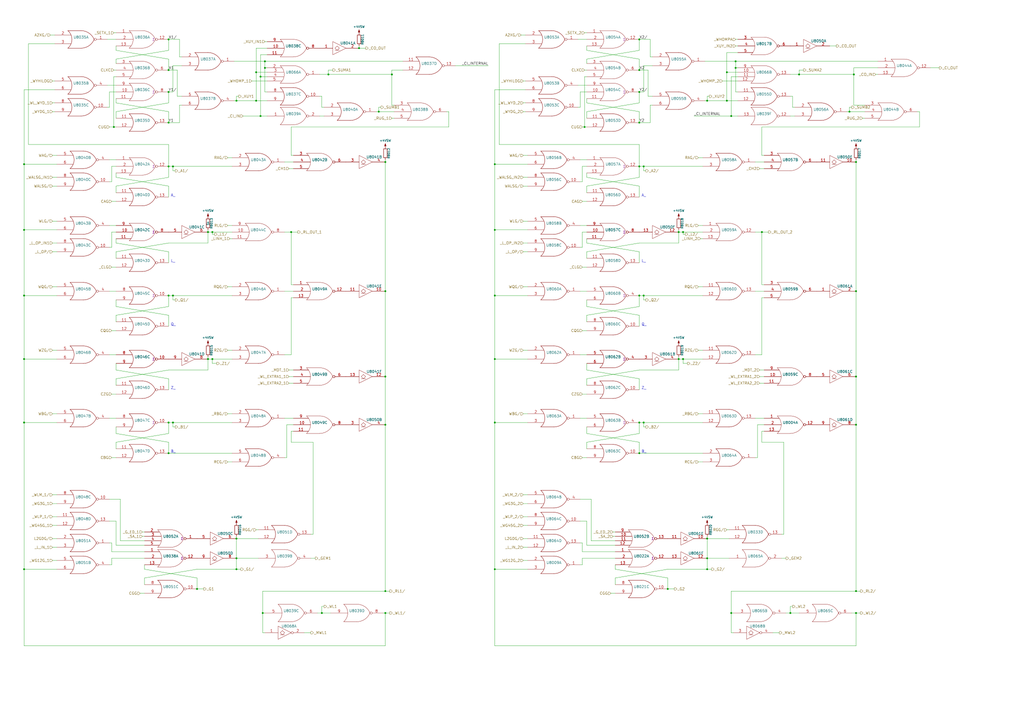
<source format=kicad_sch>
(kicad_sch (version 20211123) (generator eeschema)
  (paper "A2")
  (junction (at 66.04 73.66))
  (junction (at 100.33 171.45))
  (junction (at 287.02 171.45))
  (junction (at 421.64 41.91))
  (junction (at 223.52 218.44))
  (junction (at 387.35 341.63))
  (junction (at 496.57 218.44))
  (junction (at 421.64 58.42))
  (junction (at 463.55 43.18))
  (junction (at 287.02 245.11))
  (junction (at 120.65 134.62))
  (junction (at 410.21 323.85))
  (junction (at 370.84 96.52))
  (junction (at 13.97 208.28))
  (junction (at 137.16 312.42))
  (junction (at 148.59 41.91))
  (junction (at 370.84 245.11))
  (junction (at 137.16 58.42))
  (junction (at 100.33 96.52))
  (junction (at 370.84 22.86))
  (junction (at 496.57 93.98))
  (junction (at 223.52 342.9))
  (junction (at 370.84 40.64))
  (junction (at 137.16 330.2))
  (junction (at 97.79 245.11))
  (junction (at 370.84 71.12))
  (junction (at 223.52 93.98))
  (junction (at 13.97 171.45))
  (junction (at 97.79 53.34))
  (junction (at 410.21 330.2))
  (junction (at 151.13 67.31))
  (junction (at 153.67 35.56))
  (junction (at 287.02 133.35))
  (junction (at 373.38 96.52))
  (junction (at 114.3 341.63))
  (junction (at 137.16 323.85))
  (junction (at 13.97 245.11))
  (junction (at 339.09 73.66))
  (junction (at 396.24 134.62))
  (junction (at 370.84 53.34))
  (junction (at 97.79 96.52))
  (junction (at 168.91 134.62))
  (junction (at 151.13 44.45))
  (junction (at 190.5 43.18))
  (junction (at 424.18 67.31))
  (junction (at 208.28 27.94))
  (junction (at 13.97 133.35))
  (junction (at 123.19 208.28))
  (junction (at 495.3 43.18))
  (junction (at 223.52 355.6))
  (junction (at 97.79 171.45))
  (junction (at 97.79 40.64))
  (junction (at 13.97 330.2))
  (junction (at 227.33 43.18))
  (junction (at 287.02 208.28))
  (junction (at 396.24 208.28))
  (junction (at 223.52 246.38))
  (junction (at 97.79 22.86))
  (junction (at 373.38 171.45))
  (junction (at 120.65 208.28))
  (junction (at 424.18 355.6))
  (junction (at 219.71 64.77))
  (junction (at 186.69 355.6))
  (junction (at 97.79 262.89))
  (junction (at 153.67 39.37))
  (junction (at 370.84 171.45))
  (junction (at 13.97 95.25))
  (junction (at 496.57 246.38))
  (junction (at 100.33 245.11))
  (junction (at 123.19 134.62))
  (junction (at 496.57 168.91))
  (junction (at 393.7 134.62))
  (junction (at 426.72 39.37))
  (junction (at 426.72 35.56))
  (junction (at 393.7 208.28))
  (junction (at 370.84 262.89))
  (junction (at 287.02 95.25))
  (junction (at 373.38 245.11))
  (junction (at 441.96 134.62))
  (junction (at 458.47 355.6))
  (junction (at 492.76 64.77))
  (junction (at 287.02 330.2))
  (junction (at 148.59 58.42))
  (junction (at 223.52 168.91))
  (junction (at 496.57 355.6))
  (junction (at 410.21 58.42))
  (junction (at 410.21 312.42))
  (junction (at 152.4 355.6))
  (junction (at 97.79 71.12))
  (junction (at 496.57 342.9))
  (wire (pts (xy 153.67 53.34) (xy 154.94 53.34)))
  (wire (pts (xy 104.14 33.02) (xy 105.41 33.02)))
  (wire (pts (xy 152.4 367.03) (xy 153.67 367.03)))
  (wire (pts (xy 66.04 73.66) (xy 67.31 73.66)))
  (wire (pts (xy 340.36 265.43) (xy 337.82 265.43)))
  (wire (pts (xy 410.21 312.42) (xy 410.21 323.85)))
  (wire (pts (xy 287.02 330.2) (xy 306.07 330.2)))
  (wire (pts (xy 443.23 214.63) (xy 440.69 214.63)))
  (wire (pts (xy 458.47 355.6) (xy 463.55 355.6)))
  (wire (pts (xy 373.38 171.45) (xy 407.67 171.45)))
  (wire (pts (xy 168.91 205.74) (xy 168.91 172.72)))
  (wire (pts (xy 377.19 60.96) (xy 378.46 60.96)))
  (wire (pts (xy 458.47 43.18) (xy 463.55 43.18)))
  (wire (pts (xy 304.8 20.32) (xy 302.26 20.32)))
  (wire (pts (xy 466.09 40.64) (xy 463.55 40.64)))
  (wire (pts (xy 170.18 168.91) (xy 165.1 168.91)))
  (wire (pts (xy 370.84 40.64) (xy 370.84 34.29)))
  (wire (pts (xy 501.65 68.58) (xy 500.38 68.58)))
  (wire (pts (xy 407.67 203.2) (xy 405.13 203.2)))
  (wire (pts (xy 97.79 96.52) (xy 97.79 102.87)))
  (wire (pts (xy 83.82 335.28) (xy 83.82 339.09)))
  (wire (pts (xy 134.62 203.2) (xy 132.08 203.2)))
  (wire (pts (xy 67.31 34.29) (xy 67.31 36.83)))
  (wire (pts (xy 443.23 93.98) (xy 438.15 93.98)))
  (wire (pts (xy 67.31 40.64) (xy 66.04 40.64)))
  (wire (pts (xy 148.59 41.91) (xy 148.59 58.42)))
  (wire (pts (xy 63.5 168.91) (xy 67.31 168.91)))
  (wire (pts (xy 186.69 55.88) (xy 186.69 62.23)))
  (wire (pts (xy 340.36 34.29) (xy 340.36 36.83)))
  (wire (pts (xy 62.23 22.86) (xy 67.31 22.86)))
  (wire (pts (xy 287.02 171.45) (xy 306.07 171.45)))
  (wire (pts (xy 97.79 219.71) (xy 67.31 214.63)))
  (wire (pts (xy 190.5 40.64) (xy 190.5 43.18)))
  (wire (pts (xy 120.65 207.01) (xy 120.65 208.28)))
  (wire (pts (xy 165.1 265.43) (xy 166.37 265.43)))
  (wire (pts (xy 97.79 262.89) (xy 97.79 256.54)))
  (wire (pts (xy 340.36 19.05) (xy 339.09 19.05)))
  (wire (pts (xy 33.02 128.27) (xy 30.48 128.27)))
  (wire (pts (xy 186.69 62.23) (xy 187.96 62.23)))
  (wire (pts (xy 168.91 205.74) (xy 165.1 205.74)))
  (wire (pts (xy 13.97 52.07) (xy 13.97 95.25)))
  (wire (pts (xy 303.53 287.02) (xy 306.07 287.02)))
  (wire (pts (xy 100.33 96.52) (xy 100.33 99.06)))
  (wire (pts (xy 13.97 330.2) (xy 13.97 374.65)))
  (wire (pts (xy 137.16 330.2) (xy 139.7 330.2)))
  (wire (pts (xy 396.24 208.28) (xy 396.24 210.82)))
  (wire (pts (xy 100.33 245.11) (xy 100.33 247.65)))
  (wire (pts (xy 426.72 39.37) (xy 427.99 39.37)))
  (wire (pts (xy 13.97 133.35) (xy 13.97 171.45)))
  (wire (pts (xy 370.84 214.63) (xy 340.36 219.71)))
  (wire (pts (xy 339.09 44.45) (xy 340.36 44.45)))
  (wire (pts (xy 396.24 134.62) (xy 407.67 134.62)))
  (wire (pts (xy 287.02 330.2) (xy 287.02 374.65)))
  (wire (pts (xy 448.31 367.03) (xy 452.12 367.03)))
  (wire (pts (xy 508 43.18) (xy 509.27 43.18)))
  (wire (pts (xy 304.8 52.07) (xy 287.02 52.07)))
  (wire (pts (xy 421.64 58.42) (xy 421.64 41.91)))
  (wire (pts (xy 373.38 173.99) (xy 374.65 173.99)))
  (wire (pts (xy 336.55 143.51) (xy 337.82 143.51)))
  (wire (pts (xy 370.84 146.05) (xy 340.36 140.97)))
  (wire (pts (xy 287.02 245.11) (xy 287.02 330.2)))
  (wire (pts (xy 440.69 97.79) (xy 443.23 97.79)))
  (wire (pts (xy 306.07 166.37) (xy 303.53 166.37)))
  (wire (pts (xy 441.96 134.62) (xy 445.77 134.62)))
  (wire (pts (xy 342.9 289.56) (xy 342.9 313.69)))
  (wire (pts (xy 410.21 312.42) (xy 422.91 312.42)))
  (wire (pts (xy 337.82 143.51) (xy 337.82 134.62)))
  (wire (pts (xy 356.87 308.61) (xy 355.6 308.61)))
  (wire (pts (xy 97.79 256.54) (xy 67.31 251.46)))
  (wire (pts (xy 370.84 226.06) (xy 370.84 219.71)))
  (wire (pts (xy 407.67 166.37) (xy 405.13 166.37)))
  (wire (pts (xy 16.51 25.4) (xy 31.75 25.4)))
  (wire (pts (xy 260.35 64.77) (xy 260.35 73.66)))
  (wire (pts (xy 340.36 191.77) (xy 337.82 191.77)))
  (wire (pts (xy 123.19 208.28) (xy 134.62 208.28)))
  (wire (pts (xy 134.62 130.81) (xy 132.08 130.81)))
  (wire (pts (xy 120.65 140.97) (xy 97.79 140.97)))
  (wire (pts (xy 137.16 312.42) (xy 137.16 323.85)))
  (wire (pts (xy 181.61 256.54) (xy 168.91 256.54)))
  (wire (pts (xy 137.16 311.15) (xy 137.16 312.42)))
  (wire (pts (xy 370.84 40.64) (xy 375.92 40.64)))
  (wire (pts (xy 370.84 64.77) (xy 340.36 59.69)))
  (wire (pts (xy 370.84 53.34) (xy 370.84 59.69)))
  (wire (pts (xy 287.02 171.45) (xy 287.02 208.28)))
  (wire (pts (xy 97.79 53.34) (xy 100.33 53.34)))
  (wire (pts (xy 370.84 59.69) (xy 340.36 64.77)))
  (wire (pts (xy 370.84 251.46) (xy 340.36 256.54)))
  (wire (pts (xy 304.8 46.99) (xy 303.53 46.99)))
  (wire (pts (xy 533.4 73.66) (xy 441.96 73.66)))
  (wire (pts (xy 186.69 351.79) (xy 187.96 351.79)))
  (wire (pts (xy 33.02 317.5) (xy 30.48 317.5)))
  (wire (pts (xy 289.56 25.4) (xy 304.8 25.4)))
  (wire (pts (xy 453.39 323.85) (xy 455.93 323.85)))
  (wire (pts (xy 424.18 342.9) (xy 496.57 342.9)))
  (wire (pts (xy 373.38 245.11) (xy 373.38 247.65)))
  (wire (pts (xy 491.49 64.77) (xy 492.76 64.77)))
  (wire (pts (xy 31.75 59.69) (xy 30.48 59.69)))
  (wire (pts (xy 63.5 302.26) (xy 67.31 302.26)))
  (wire (pts (xy 427.99 22.86) (xy 426.72 22.86)))
  (wire (pts (xy 135.89 35.56) (xy 153.67 35.56)))
  (wire (pts (xy 373.38 38.1) (xy 378.46 38.1)))
  (wire (pts (xy 427.99 46.99) (xy 419.1 46.99)))
  (wire (pts (xy 424.18 367.03) (xy 425.45 367.03)))
  (wire (pts (xy 31.75 52.07) (xy 13.97 52.07)))
  (wire (pts (xy 102.87 40.64) (xy 102.87 55.88)))
  (wire (pts (xy 97.79 22.86) (xy 104.14 22.86)))
  (wire (pts (xy 340.36 154.94) (xy 337.82 154.94)))
  (wire (pts (xy 373.38 245.11) (xy 407.67 245.11)))
  (wire (pts (xy 340.36 29.21) (xy 340.36 26.67)))
  (wire (pts (xy 454.66 309.88) (xy 454.66 256.54)))
  (wire (pts (xy 33.02 102.87) (xy 30.48 102.87)))
  (wire (pts (xy 153.67 39.37) (xy 153.67 53.34)))
  (wire (pts (xy 100.33 171.45) (xy 134.62 171.45)))
  (wire (pts (xy 97.79 152.4) (xy 97.79 146.05)))
  (wire (pts (xy 393.7 207.01) (xy 393.7 208.28)))
  (wire (pts (xy 396.24 134.62) (xy 396.24 135.89)))
  (wire (pts (xy 67.31 214.63) (xy 67.31 210.82)))
  (wire (pts (xy 100.33 99.06) (xy 101.6 99.06)))
  (wire (pts (xy 97.79 146.05) (xy 67.31 140.97)))
  (wire (pts (xy 336.55 130.81) (xy 340.36 130.81)))
  (wire (pts (xy 496.57 218.44) (xy 496.57 246.38)))
  (wire (pts (xy 410.21 330.2) (xy 412.75 330.2)))
  (wire (pts (xy 67.31 177.8) (xy 67.31 173.99)))
  (wire (pts (xy 13.97 95.25) (xy 33.02 95.25)))
  (wire (pts (xy 303.53 299.72) (xy 306.07 299.72)))
  (wire (pts (xy 336.55 205.74) (xy 340.36 205.74)))
  (wire (pts (xy 306.07 317.5) (xy 303.53 317.5)))
  (wire (pts (xy 370.84 152.4) (xy 370.84 146.05)))
  (wire (pts (xy 336.55 302.26) (xy 340.36 302.26)))
  (wire (pts (xy 373.38 171.45) (xy 373.38 173.99)))
  (wire (pts (xy 340.36 146.05) (xy 340.36 149.86)))
  (wire (pts (xy 340.36 256.54) (xy 340.36 260.35)))
  (wire (pts (xy 339.09 73.66) (xy 339.09 44.45)))
  (wire (pts (xy 337.82 314.96) (xy 337.82 320.04)))
  (wire (pts (xy 336.55 53.34) (xy 340.36 53.34)))
  (wire (pts (xy 67.31 116.84) (xy 64.77 116.84)))
  (wire (pts (xy 168.91 165.1) (xy 170.18 165.1)))
  (wire (pts (xy 260.35 73.66) (xy 168.91 73.66)))
  (wire (pts (xy 439.42 246.38) (xy 443.23 246.38)))
  (wire (pts (xy 387.35 335.28) (xy 356.87 330.2)))
  (wire (pts (xy 104.14 60.96) (xy 105.41 60.96)))
  (wire (pts (xy 387.35 341.63) (xy 391.16 341.63)))
  (wire (pts (xy 336.55 327.66) (xy 337.82 327.66)))
  (wire (pts (xy 100.33 171.45) (xy 100.33 173.99)))
  (wire (pts (xy 496.57 246.38) (xy 496.57 342.9)))
  (wire (pts (xy 441.96 250.19) (xy 441.96 256.54)))
  (wire (pts (xy 496.57 355.6) (xy 499.11 355.6)))
  (wire (pts (xy 33.02 140.97) (xy 30.48 140.97)))
  (wire (pts (xy 167.64 218.44) (xy 170.18 218.44)))
  (wire (pts (xy 454.66 256.54) (xy 441.96 256.54)))
  (wire (pts (xy 186.69 355.6) (xy 191.77 355.6)))
  (wire (pts (xy 97.79 182.88) (xy 67.31 177.8)))
  (wire (pts (xy 370.84 107.95) (xy 340.36 102.87)))
  (wire (pts (xy 336.55 105.41) (xy 337.82 105.41)))
  (wire (pts (xy 67.31 316.23) (xy 83.82 316.23)))
  (wire (pts (xy 176.53 367.03) (xy 180.34 367.03)))
  (wire (pts (xy 67.31 107.95) (xy 67.31 111.76)))
  (wire (pts (xy 387.35 330.2) (xy 356.87 335.28)))
  (wire (pts (xy 340.36 102.87) (xy 340.36 100.33)))
  (wire (pts (xy 63.5 205.74) (xy 67.31 205.74)))
  (wire (pts (xy 185.42 55.88) (xy 186.69 55.88)))
  (wire (pts (xy 186.69 355.6) (xy 186.69 351.79)))
  (wire (pts (xy 208.28 27.94) (xy 212.09 27.94)))
  (wire (pts (xy 370.84 262.89) (xy 370.84 256.54)))
  (wire (pts (xy 223.52 92.71) (xy 223.52 93.98)))
  (wire (pts (xy 67.31 265.43) (xy 64.77 265.43)))
  (wire (pts (xy 66.04 73.66) (xy 66.04 44.45)))
  (wire (pts (xy 13.97 95.25) (xy 13.97 133.35)))
  (wire (pts (xy 337.82 134.62) (xy 340.36 134.62)))
  (wire (pts (xy 67.31 182.88) (xy 67.31 186.69)))
  (wire (pts (xy 370.84 182.88) (xy 340.36 177.8)))
  (wire (pts (xy 303.53 312.42) (xy 306.07 312.42)))
  (wire (pts (xy 287.02 245.11) (xy 306.07 245.11)))
  (wire (pts (xy 83.82 308.61) (xy 82.55 308.61)))
  (wire (pts (xy 443.23 250.19) (xy 441.96 250.19)))
  (wire (pts (xy 458.47 55.88) (xy 459.74 55.88)))
  (wire (pts (xy 97.79 262.89) (xy 134.62 262.89)))
  (wire (pts (xy 97.79 96.52) (xy 100.33 96.52)))
  (wire (pts (xy 67.31 146.05) (xy 67.31 149.86)))
  (wire (pts (xy 137.16 55.88) (xy 138.43 55.88)))
  (wire (pts (xy 407.67 267.97) (xy 405.13 267.97)))
  (wire (pts (xy 153.67 35.56) (xy 153.67 39.37)))
  (wire (pts (xy 370.84 256.54) (xy 340.36 251.46)))
  (wire (pts (xy 370.84 171.45) (xy 370.84 177.8)))
  (wire (pts (xy 63.5 92.71) (xy 67.31 92.71)))
  (wire (pts (xy 375.92 55.88) (xy 378.46 55.88)))
  (wire (pts (xy 377.19 71.12) (xy 370.84 71.12)))
  (wire (pts (xy 100.33 53.34) (xy 100.33 38.1)))
  (wire (pts (xy 190.5 43.18) (xy 227.33 43.18)))
  (wire (pts (xy 137.16 58.42) (xy 148.59 58.42)))
  (wire (pts (xy 439.42 265.43) (xy 439.42 246.38)))
  (wire (pts (xy 370.84 71.12) (xy 370.84 64.77)))
  (wire (pts (xy 370.84 102.87) (xy 340.36 107.95)))
  (wire (pts (xy 100.33 245.11) (xy 134.62 245.11)))
  (wire (pts (xy 114.3 335.28) (xy 83.82 330.2)))
  (wire (pts (xy 421.64 41.91) (xy 421.64 30.48)))
  (wire (pts (xy 123.19 208.28) (xy 123.19 210.82)))
  (wire (pts (xy 120.65 214.63) (xy 97.79 214.63)))
  (wire (pts (xy 373.38 96.52) (xy 407.67 96.52)))
  (wire (pts (xy 426.72 35.56) (xy 426.72 39.37)))
  (wire (pts (xy 97.79 189.23) (xy 97.79 182.88)))
  (wire (pts (xy 370.84 22.86) (xy 377.19 22.86)))
  (wire (pts (xy 123.19 210.82) (xy 125.73 210.82)))
  (wire (pts (xy 287.02 208.28) (xy 306.07 208.28)))
  (wire (pts (xy 335.28 22.86) (xy 340.36 22.86)))
  (wire (pts (xy 453.39 309.88) (xy 454.66 309.88)))
  (wire (pts (xy 304.8 59.69) (xy 303.53 59.69)))
  (wire (pts (xy 306.07 304.8) (xy 303.53 304.8)))
  (wire (pts (xy 100.33 247.65) (xy 101.6 247.65)))
  (wire (pts (xy 370.84 245.11) (xy 373.38 245.11)))
  (wire (pts (xy 441.96 73.66) (xy 441.96 90.17)))
  (wire (pts (xy 114.3 330.2) (xy 83.82 335.28)))
  (wire (pts (xy 495.3 43.18) (xy 495.3 60.96)))
  (wire (pts (xy 370.84 189.23) (xy 370.84 182.88)))
  (wire (pts (xy 424.18 355.6) (xy 424.18 367.03)))
  (wire (pts (xy 393.7 133.35) (xy 393.7 134.62)))
  (wire (pts (xy 410.21 323.85) (xy 422.91 323.85)))
  (wire (pts (xy 69.85 313.69) (xy 83.82 313.69)))
  (wire (pts (xy 97.79 83.82) (xy 16.51 83.82)))
  (wire (pts (xy 137.16 323.85) (xy 149.86 323.85)))
  (wire (pts (xy 97.79 177.8) (xy 67.31 182.88)))
  (wire (pts (xy 393.7 140.97) (xy 370.84 140.97)))
  (wire (pts (xy 407.67 240.03) (xy 405.13 240.03)))
  (wire (pts (xy 151.13 44.45) (xy 151.13 67.31)))
  (wire (pts (xy 441.96 165.1) (xy 443.23 165.1)))
  (wire (pts (xy 496.57 342.9) (xy 499.11 342.9)))
  (wire (pts (xy 97.79 114.3) (xy 97.79 107.95)))
  (wire (pts (xy 148.59 41.91) (xy 154.94 41.91)))
  (wire (pts (xy 264.16 38.1) (xy 283.21 38.1)))
  (wire (pts (xy 170.18 222.25) (xy 167.64 222.25)))
  (wire (pts (xy 356.87 335.28) (xy 356.87 339.09)))
  (wire (pts (xy 340.36 316.23) (xy 356.87 316.23)))
  (wire (pts (xy 227.33 40.64) (xy 227.33 43.18)))
  (wire (pts (xy 97.79 171.45) (xy 97.79 177.8)))
  (wire (pts (xy 63.5 130.81) (xy 67.31 130.81)))
  (wire (pts (xy 62.23 49.53) (xy 67.31 49.53)))
  (wire (pts (xy 16.51 83.82) (xy 16.51 25.4)))
  (wire (pts (xy 441.96 172.72) (xy 443.23 172.72)))
  (wire (pts (xy 33.02 90.17) (xy 30.48 90.17)))
  (wire (pts (xy 185.42 43.18) (xy 190.5 43.18)))
  (wire (pts (xy 165.1 242.57) (xy 170.18 242.57)))
  (wire (pts (xy 166.37 246.38) (xy 170.18 246.38)))
  (wire (pts (xy 370.84 53.34) (xy 373.38 53.34)))
  (wire (pts (xy 123.19 134.62) (xy 134.62 134.62)))
  (wire (pts (xy 64.77 323.85) (xy 83.82 323.85)))
  (wire (pts (xy 67.31 154.94) (xy 64.77 154.94)))
  (wire (pts (xy 306.07 128.27) (xy 303.53 128.27)))
  (wire (pts (xy 441.96 205.74) (xy 441.96 172.72)))
  (wire (pts (xy 33.02 166.37) (xy 30.48 166.37)))
  (wire (pts (xy 424.18 67.31) (xy 427.99 67.31)))
  (wire (pts (xy 393.7 208.28) (xy 396.24 208.28)))
  (wire (pts (xy 120.65 208.28) (xy 123.19 208.28)))
  (wire (pts (xy 64.77 143.51) (xy 64.77 134.62)))
  (wire (pts (xy 64.77 314.96) (xy 64.77 320.04)))
  (wire (pts (xy 223.52 355.6) (xy 223.52 374.65)))
  (wire (pts (xy 134.62 240.03) (xy 132.08 240.03)))
  (wire (pts (xy 151.13 67.31) (xy 154.94 67.31)))
  (wire (pts (xy 31.75 64.77) (xy 30.48 64.77)))
  (wire (pts (xy 393.7 214.63) (xy 370.84 214.63)))
  (wire (pts (xy 165.1 134.62) (xy 168.91 134.62)))
  (wire (pts (xy 492.76 64.77) (xy 492.76 62.23)))
  (wire (pts (xy 337.82 327.66) (xy 337.82 323.85)))
  (wire (pts (xy 336.55 62.23) (xy 336.55 53.34)))
  (wire (pts (xy 458.47 351.79) (xy 459.74 351.79)))
  (wire (pts (xy 410.21 58.42) (xy 421.64 58.42)))
  (wire (pts (xy 492.76 62.23) (xy 494.03 62.23)))
  (wire (pts (xy 64.77 320.04) (xy 83.82 320.04)))
  (wire (pts (xy 370.84 22.86) (xy 370.84 29.21)))
  (wire (pts (xy 97.79 40.64) (xy 97.79 34.29)))
  (wire (pts (xy 63.5 143.51) (xy 64.77 143.51)))
  (wire (pts (xy 33.02 292.1) (xy 30.48 292.1)))
  (wire (pts (xy 151.13 44.45) (xy 154.94 44.45)))
  (wire (pts (xy 443.23 222.25) (xy 440.69 222.25)))
  (wire (pts (xy 441.96 134.62) (xy 441.96 165.1)))
  (wire (pts (xy 306.07 102.87) (xy 303.53 102.87)))
  (wire (pts (xy 336.55 92.71) (xy 340.36 92.71)))
  (wire (pts (xy 427.99 26.67) (xy 426.72 26.67)))
  (wire (pts (xy 104.14 22.86) (xy 104.14 33.02)))
  (wire (pts (xy 64.77 96.52) (xy 67.31 96.52)))
  (wire (pts (xy 227.33 40.64) (xy 233.68 40.64)))
  (wire (pts (xy 67.31 102.87) (xy 67.31 100.33)))
  (wire (pts (xy 135.89 58.42) (xy 137.16 58.42)))
  (wire (pts (xy 63.5 289.56) (xy 69.85 289.56)))
  (wire (pts (xy 134.62 138.43) (xy 133.35 138.43)))
  (wire (pts (xy 104.14 71.12) (xy 104.14 60.96)))
  (wire (pts (xy 492.76 64.77) (xy 501.65 64.77)))
  (wire (pts (xy 306.07 203.2) (xy 303.53 203.2)))
  (wire (pts (xy 219.71 64.77) (xy 219.71 62.23)))
  (wire (pts (xy 402.59 67.31) (xy 424.18 67.31)))
  (wire (pts (xy 13.97 330.2) (xy 33.02 330.2)))
  (wire (pts (xy 373.38 247.65) (xy 374.65 247.65)))
  (wire (pts (xy 168.91 172.72) (xy 170.18 172.72)))
  (wire (pts (xy 63.5 314.96) (xy 64.77 314.96)))
  (wire (pts (xy 227.33 43.18) (xy 227.33 60.96)))
  (wire (pts (xy 63.5 73.66) (xy 66.04 73.66)))
  (wire (pts (xy 336.55 242.57) (xy 340.36 242.57)))
  (wire (pts (xy 148.59 27.94) (xy 154.94 27.94)))
  (wire (pts (xy 396.24 208.28) (xy 407.67 208.28)))
  (wire (pts (xy 387.35 341.63) (xy 387.35 335.28)))
  (wire (pts (xy 166.37 265.43) (xy 166.37 246.38)))
  (wire (pts (xy 170.18 214.63) (xy 167.64 214.63)))
  (wire (pts (xy 494.03 355.6) (xy 496.57 355.6)))
  (wire (pts (xy 495.3 60.96) (xy 501.65 60.96)))
  (wire (pts (xy 339.09 73.66) (xy 340.36 73.66)))
  (wire (pts (xy 151.13 31.75) (xy 154.94 31.75)))
  (wire (pts (xy 97.79 245.11) (xy 97.79 251.46)))
  (wire (pts (xy 459.74 62.23) (xy 461.01 62.23)))
  (wire (pts (xy 340.36 182.88) (xy 340.36 186.69)))
  (wire (pts (xy 370.84 83.82) (xy 289.56 83.82)))
  (wire (pts (xy 120.65 134.62) (xy 120.65 140.97)))
  (wire (pts (xy 62.23 62.23) (xy 63.5 62.23)))
  (wire (pts (xy 67.31 59.69) (xy 67.31 57.15)))
  (wire (pts (xy 148.59 27.94) (xy 148.59 41.91)))
  (wire (pts (xy 335.28 49.53) (xy 340.36 49.53)))
  (wire (pts (xy 356.87 311.15) (xy 355.6 311.15)))
  (wire (pts (xy 151.13 31.75) (xy 151.13 44.45)))
  (wire (pts (xy 407.67 138.43) (xy 406.4 138.43)))
  (wire (pts (xy 33.02 240.03) (xy 30.48 240.03)))
  (wire (pts (xy 458.47 67.31) (xy 461.01 67.31)))
  (wire (pts (xy 63.5 242.57) (xy 67.31 242.57)))
  (wire (pts (xy 97.79 40.64) (xy 102.87 40.64)))
  (wire (pts (xy 170.18 250.19) (xy 168.91 250.19)))
  (wire (pts (xy 63.5 327.66) (xy 64.77 327.66)))
  (wire (pts (xy 33.02 146.05) (xy 30.48 146.05)))
  (wire (pts (xy 218.44 64.77) (xy 219.71 64.77)))
  (wire (pts (xy 370.84 171.45) (xy 373.38 171.45)))
  (wire (pts (xy 223.52 93.98) (xy 223.52 168.91)))
  (wire (pts (xy 104.14 71.12) (xy 97.79 71.12)))
  (wire (pts (xy 228.6 68.58) (xy 227.33 68.58)))
  (wire (pts (xy 287.02 133.35) (xy 306.07 133.35)))
  (wire (pts (xy 426.72 39.37) (xy 426.72 53.34)))
  (wire (pts (xy 443.23 168.91) (xy 438.15 168.91)))
  (wire (pts (xy 342.9 313.69) (xy 356.87 313.69)))
  (wire (pts (xy 97.79 71.12) (xy 97.79 64.77)))
  (wire (pts (xy 134.62 166.37) (xy 132.08 166.37)))
  (wire (pts (xy 13.97 171.45) (xy 33.02 171.45)))
  (wire (pts (xy 83.82 311.15) (xy 82.55 311.15)))
  (wire (pts (xy 340.36 219.71) (xy 340.36 223.52)))
  (wire (pts (xy 421.64 58.42) (xy 427.99 58.42)))
  (wire (pts (xy 496.57 168.91) (xy 496.57 218.44)))
  (wire (pts (xy 337.82 105.41) (xy 337.82 96.52)))
  (wire (pts (xy 306.07 292.1) (xy 303.53 292.1)))
  (wire (pts (xy 259.08 64.77) (xy 260.35 64.77)))
  (wire (pts (xy 97.79 251.46) (xy 67.31 256.54)))
  (wire (pts (xy 373.38 96.52) (xy 373.38 99.06)))
  (wire (pts (xy 97.79 102.87) (xy 67.31 107.95)))
  (wire (pts (xy 120.65 133.35) (xy 120.65 134.62)))
  (wire (pts (xy 438.15 134.62) (xy 441.96 134.62)))
  (wire (pts (xy 496.57 355.6) (xy 496.57 374.65)))
  (wire (pts (xy 377.19 22.86) (xy 377.19 33.02)))
  (wire (pts (xy 287.02 208.28) (xy 287.02 245.11)))
  (wire (pts (xy 370.84 114.3) (xy 370.84 107.95)))
  (wire (pts (xy 481.33 26.67) (xy 485.14 26.67)))
  (wire (pts (xy 100.33 38.1) (xy 105.41 38.1)))
  (wire (pts (xy 340.36 64.77) (xy 340.36 68.58)))
  (wire (pts (xy 13.97 171.45) (xy 13.97 208.28)))
  (wire (pts (xy 168.91 134.62) (xy 172.72 134.62)))
  (wire (pts (xy 67.31 302.26) (xy 67.31 316.23)))
  (wire (pts (xy 193.04 40.64) (xy 190.5 40.64)))
  (wire (pts (xy 336.55 289.56) (xy 342.9 289.56)))
  (wire (pts (xy 370.84 96.52) (xy 370.84 102.87)))
  (wire (pts (xy 306.07 146.05) (xy 303.53 146.05)))
  (wire (pts (xy 340.36 214.63) (xy 340.36 210.82)))
  (wire (pts (xy 102.87 55.88) (xy 105.41 55.88)))
  (wire (pts (xy 441.96 90.17) (xy 443.23 90.17)))
  (wire (pts (xy 223.52 355.6) (xy 226.06 355.6)))
  (wire (pts (xy 306.07 90.17) (xy 303.53 90.17)))
  (wire (pts (xy 140.97 67.31) (xy 151.13 67.31)))
  (wire (pts (xy 134.62 91.44) (xy 132.08 91.44)))
  (wire (pts (xy 63.5 53.34) (xy 67.31 53.34)))
  (wire (pts (xy 64.77 134.62) (xy 67.31 134.62)))
  (wire (pts (xy 97.79 171.45) (xy 100.33 171.45)))
  (wire (pts (xy 114.3 341.63) (xy 118.11 341.63)))
  (wire (pts (xy 463.55 43.18) (xy 495.3 43.18)))
  (wire (pts (xy 356.87 330.2) (xy 356.87 327.66)))
  (wire (pts (xy 306.07 140.97) (xy 303.53 140.97)))
  (wire (pts (xy 154.94 24.13) (xy 153.67 24.13)))
  (wire (pts (xy 410.21 311.15) (xy 410.21 312.42)))
  (wire (pts (xy 495.3 39.37) (xy 509.27 39.37)))
  (wire (pts (xy 123.19 135.89) (xy 124.46 135.89)))
  (wire (pts (xy 13.97 208.28) (xy 13.97 245.11)))
  (wire (pts (xy 31.75 20.32) (xy 29.21 20.32)))
  (wire (pts (xy 336.55 168.91) (xy 340.36 168.91)))
  (wire (pts (xy 370.84 29.21) (xy 340.36 34.29)))
  (wire (pts (xy 63.5 105.41) (xy 64.77 105.41)))
  (wire (pts (xy 137.16 312.42) (xy 149.86 312.42)))
  (wire (pts (xy 287.02 133.35) (xy 287.02 171.45)))
  (wire (pts (xy 370.84 219.71) (xy 340.36 214.63)))
  (wire (pts (xy 67.31 19.05) (xy 66.04 19.05)))
  (wire (pts (xy 223.52 342.9) (xy 226.06 342.9)))
  (wire (pts (xy 168.91 250.19) (xy 168.91 256.54)))
  (wire (pts (xy 356.87 344.17) (xy 354.33 344.17)))
  (wire (pts (xy 407.67 130.81) (xy 405.13 130.81)))
  (wire (pts (xy 97.79 107.95) (xy 67.31 102.87)))
  (wire (pts (xy 153.67 39.37) (xy 154.94 39.37)))
  (wire (pts (xy 496.57 92.71) (xy 496.57 93.98)))
  (wire (pts (xy 149.86 307.34) (xy 148.59 307.34)))
  (wire (pts (xy 424.18 355.6) (xy 425.45 355.6)))
  (wire (pts (xy 83.82 330.2) (xy 83.82 327.66)))
  (wire (pts (xy 426.72 53.34) (xy 427.99 53.34)))
  (wire (pts (xy 168.91 73.66) (xy 168.91 90.17)))
  (wire (pts (xy 63.5 62.23) (xy 63.5 53.34)))
  (wire (pts (xy 100.33 96.52) (xy 134.62 96.52)))
  (wire (pts (xy 97.79 214.63) (xy 67.31 219.71)))
  (wire (pts (xy 337.82 96.52) (xy 340.36 96.52)))
  (wire (pts (xy 167.64 97.79) (xy 170.18 97.79)))
  (wire (pts (xy 375.92 40.64) (xy 375.92 55.88)))
  (wire (pts (xy 67.31 29.21) (xy 67.31 26.67)))
  (wire (pts (xy 227.33 60.96) (xy 228.6 60.96)))
  (wire (pts (xy 370.84 83.82) (xy 370.84 96.52)))
  (wire (pts (xy 223.52 168.91) (xy 223.52 218.44)))
  (wire (pts (xy 152.4 355.6) (xy 152.4 367.03)))
  (wire (pts (xy 180.34 323.85) (xy 182.88 323.85)))
  (wire (pts (xy 463.55 40.64) (xy 463.55 43.18)))
  (wire (pts (xy 223.52 246.38) (xy 223.52 342.9)))
  (wire (pts (xy 340.36 107.95) (xy 340.36 111.76)))
  (wire (pts (xy 287.02 95.25) (xy 287.02 133.35)))
  (wire (pts (xy 370.84 262.89) (xy 407.67 262.89)))
  (wire (pts (xy 426.72 35.56) (xy 509.27 35.56)))
  (wire (pts (xy 387.35 330.2) (xy 410.21 330.2)))
  (wire (pts (xy 67.31 228.6) (xy 64.77 228.6)))
  (wire (pts (xy 152.4 342.9) (xy 152.4 355.6)))
  (wire (pts (xy 337.82 73.66) (xy 339.09 73.66)))
  (wire (pts (xy 30.48 312.42) (xy 33.02 312.42)))
  (wire (pts (xy 64.77 327.66) (xy 64.77 323.85)))
  (wire (pts (xy 97.79 22.86) (xy 97.79 29.21)))
  (wire (pts (xy 422.91 307.34) (xy 421.64 307.34)))
  (wire (pts (xy 336.55 314.96) (xy 337.82 314.96)))
  (wire (pts (xy 458.47 355.6) (xy 458.47 351.79)))
  (wire (pts (xy 370.84 177.8) (xy 340.36 182.88)))
  (wire (pts (xy 421.64 30.48) (xy 427.99 30.48)))
  (wire (pts (xy 180.34 309.88) (xy 181.61 309.88)))
  (wire (pts (xy 97.79 29.21) (xy 67.31 34.29)))
  (wire (pts (xy 373.38 53.34) (xy 373.38 38.1)))
  (wire (pts (xy 455.93 355.6) (xy 458.47 355.6)))
  (wire (pts (xy 223.52 218.44) (xy 223.52 246.38)))
  (wire (pts (xy 97.79 226.06) (xy 97.79 219.71)))
  (wire (pts (xy 66.04 44.45) (xy 67.31 44.45)))
  (wire (pts (xy 393.7 208.28) (xy 393.7 214.63)))
  (wire (pts (xy 100.33 173.99) (xy 101.6 173.99)))
  (wire (pts (xy 30.48 287.02) (xy 33.02 287.02)))
  (wire (pts (xy 337.82 323.85) (xy 356.87 323.85)))
  (wire (pts (xy 287.02 95.25) (xy 306.07 95.25)))
  (wire (pts (xy 152.4 342.9) (xy 223.52 342.9)))
  (wire (pts (xy 340.36 302.26) (xy 340.36 316.23)))
  (wire (pts (xy 377.19 71.12) (xy 377.19 60.96)))
  (wire (pts (xy 393.7 134.62) (xy 396.24 134.62)))
  (wire (pts (xy 533.4 64.77) (xy 533.4 73.66)))
  (wire (pts (xy 33.02 203.2) (xy 30.48 203.2)))
  (wire (pts (xy 97.79 140.97) (xy 67.31 146.05)))
  (wire (pts (xy 495.3 39.37) (xy 495.3 43.18)))
  (wire (pts (xy 168.91 134.62) (xy 168.91 165.1)))
  (wire (pts (xy 137.16 323.85) (xy 137.16 330.2)))
  (wire (pts (xy 440.69 218.44) (xy 443.23 218.44)))
  (wire (pts (xy 340.36 177.8) (xy 340.36 173.99)))
  (wire (pts (xy 31.75 46.99) (xy 30.48 46.99)))
  (wire (pts (xy 337.82 320.04) (xy 356.87 320.04)))
  (wire (pts (xy 335.28 62.23) (xy 336.55 62.23)))
  (wire (pts (xy 67.31 251.46) (xy 67.31 247.65)))
  (wire (pts (xy 33.02 325.12) (xy 30.48 325.12)))
  (wire (pts (xy 424.18 342.9) (xy 424.18 355.6)))
  (wire (pts (xy 408.94 35.56) (xy 426.72 35.56)))
  (wire (pts (xy 496.57 374.65) (xy 287.02 374.65)))
  (wire (pts (xy 223.52 374.65) (xy 13.97 374.65)))
  (wire (pts (xy 410.21 323.85) (xy 410.21 330.2)))
  (wire (pts (xy 13.97 133.35) (xy 33.02 133.35)))
  (wire (pts (xy 137.16 58.42) (xy 137.16 55.88)))
  (wire (pts (xy 219.71 62.23) (xy 220.98 62.23)))
  (wire (pts (xy 30.48 299.72) (xy 33.02 299.72)))
  (wire (pts (xy 306.07 107.95) (xy 303.53 107.95)))
  (wire (pts (xy 33.02 304.8) (xy 30.48 304.8)))
  (wire (pts (xy 340.36 228.6) (xy 337.82 228.6)))
  (wire (pts (xy 123.19 134.62) (xy 123.19 135.89)))
  (wire (pts (xy 410.21 58.42) (xy 410.21 55.88)))
  (wire (pts (xy 67.31 191.77) (xy 64.77 191.77)))
  (wire (pts (xy 370.84 96.52) (xy 373.38 96.52)))
  (wire (pts (xy 97.79 64.77) (xy 67.31 59.69)))
  (wire (pts (xy 97.79 245.11) (xy 100.33 245.11)))
  (wire (pts (xy 148.59 58.42) (xy 154.94 58.42)))
  (wire (pts (xy 407.67 91.44) (xy 405.13 91.44)))
  (wire (pts (xy 438.15 265.43) (xy 439.42 265.43)))
  (wire (pts (xy 168.91 90.17) (xy 170.18 90.17)))
  (wire (pts (xy 97.79 34.29) (xy 67.31 29.21)))
  (wire (pts (xy 185.42 67.31) (xy 187.96 67.31)))
  (wire (pts (xy 33.02 107.95) (xy 30.48 107.95)))
  (wire (pts (xy 304.8 64.77) (xy 303.53 64.77)))
  (wire (pts (xy 373.38 99.06) (xy 374.65 99.06)))
  (wire (pts (xy 67.31 140.97) (xy 67.31 138.43)))
  (wire (pts (xy 427.99 44.45) (xy 424.18 44.45)))
  (wire (pts (xy 13.97 245.11) (xy 33.02 245.11)))
  (wire (pts (xy 396.24 210.82) (xy 398.78 210.82)))
  (wire (pts (xy 408.94 58.42) (xy 410.21 58.42)))
  (wire (pts (xy 441.96 205.74) (xy 438.15 205.74)))
  (wire (pts (xy 222.25 355.6) (xy 223.52 355.6)))
  (wire (pts (xy 120.65 134.62) (xy 123.19 134.62)))
  (wire (pts (xy 184.15 355.6) (xy 186.69 355.6)))
  (wire (pts (xy 532.13 64.77) (xy 533.4 64.77)))
  (wire (pts (xy 114.3 341.63) (xy 114.3 335.28)))
  (wire (pts (xy 370.84 245.11) (xy 370.84 251.46)))
  (wire (pts (xy 340.36 140.97) (xy 340.36 138.43)))
  (wire (pts (xy 496.57 93.98) (xy 496.57 168.91)))
  (wire (pts (xy 67.31 219.71) (xy 67.31 223.52)))
  (wire (pts (xy 13.97 208.28) (xy 33.02 208.28)))
  (wire (pts (xy 152.4 355.6) (xy 153.67 355.6)))
  (wire (pts (xy 340.36 40.64) (xy 339.09 40.64)))
  (wire (pts (xy 370.84 140.97) (xy 340.36 146.05)))
  (wire (pts (xy 289.56 83.82) (xy 289.56 25.4)))
  (wire (pts (xy 64.77 105.41) (xy 64.77 96.52)))
  (wire (pts (xy 421.64 41.91) (xy 427.99 41.91)))
  (wire (pts (xy 170.18 93.98) (xy 165.1 93.98)))
  (wire (pts (xy 340.36 59.69) (xy 340.36 57.15)))
  (wire (pts (xy 134.62 267.97) (xy 132.08 267.97)))
  (wire (pts (xy 377.19 33.02) (xy 378.46 33.02)))
  (wire (pts (xy 153.67 35.56) (xy 233.68 35.56)))
  (wire (pts (xy 396.24 135.89) (xy 397.51 135.89)))
  (wire (pts (xy 97.79 59.69) (xy 67.31 64.77)))
  (wire (pts (xy 154.94 46.99) (xy 146.05 46.99)))
  (wire (pts (xy 539.75 39.37) (xy 544.83 39.37)))
  (wire (pts (xy 219.71 64.77) (xy 228.6 64.77)))
  (wire (pts (xy 208.28 27.94) (xy 208.28 26.67)))
  (wire (pts (xy 306.07 325.12) (xy 303.53 325.12)))
  (wire (pts (xy 83.82 344.17) (xy 81.28 344.17)))
  (wire (pts (xy 410.21 55.88) (xy 411.48 55.88)))
  (wire (pts (xy 424.18 44.45) (xy 424.18 67.31)))
  (wire (pts (xy 393.7 134.62) (xy 393.7 140.97)))
  (wire (pts (xy 340.36 251.46) (xy 340.36 247.65)))
  (wire (pts (xy 459.74 55.88) (xy 459.74 62.23)))
  (wire (pts (xy 97.79 53.34) (xy 97.79 59.69)))
  (wire (pts (xy 67.31 256.54) (xy 67.31 260.35)))
  (wire (pts (xy 69.85 289.56) (xy 69.85 313.69)))
  (wire (pts (xy 370.84 34.29) (xy 340.36 29.21)))
  (wire (pts (xy 438.15 242.57) (xy 443.23 242.57)))
  (wire (pts (xy 340.36 116.84) (xy 337.82 116.84)))
  (wire (pts (xy 97.79 83.82) (xy 97.79 96.52)))
  (wire (pts (xy 287.02 52.07) (xy 287.02 95.25)))
  (wire (pts (xy 13.97 245.11) (xy 13.97 330.2)))
  (wire (pts (xy 181.61 309.88) (xy 181.61 256.54)))
  (wire (pts (xy 67.31 64.77) (xy 67.31 68.58)))
  (wire (pts (xy 306.07 240.03) (xy 303.53 240.03)))
  (wire (pts (xy 120.65 208.28) (xy 120.65 214.63)))
  (wire (pts (xy 114.3 330.2) (xy 137.16 330.2)))
  (text "Q_" (at 372.11 189.23 0) (effects (font (size 1.524 1.524)) (justify left bottom)))
  (text "Q_" (at 99.06 189.23 0) (effects (font (size 1.524 1.524)) (justify left bottom)))
  (text "L_" (at 372.11 152.4 0) (effects (font (size 1.524 1.524)) (justify left bottom)))
  (text "B_" (at 99.06 262.89 0) (effects (font (size 1.524 1.524)) (justify left bottom)))
  (text "Z_" (at 99.06 226.06 0) (effects (font (size 1.524 1.524)) (justify left bottom)))
  (text "A_" (at 99.06 114.3 0) (effects (font (size 1.524 1.524)) (justify left bottom)))
  (text "Z_" (at 372.11 226.06 0) (effects (font (size 1.524 1.524)) (justify left bottom)))
  (text "L_" (at 99.06 152.4 0) (effects (font (size 1.524 1.524)) (justify left bottom)))
  (text "B_" (at 372.11 262.89 0) (effects (font (size 1.524 1.524)) (justify left bottom)))
  (text "A_" (at 372.11 114.3 0) (effects (font (size 1.524 1.524)) (justify left bottom)))
  (label "X2/" (at 370.84 22.86 0) (effects (font (size 1.524 1.524))))
  (label "X1" (at 97.79 40.64 0) (effects (font (size 1.524 1.524))))
  (label "Y1" (at 97.79 71.12 0) (effects (font (size 1.524 1.524))))
  (label "X1/" (at 97.79 22.86 0) (effects (font (size 1.524 1.524))))
  (label "Y2/" (at 370.84 53.34 0) (effects (font (size 1.524 1.524))))
  (label "_CI_INTERNAL" (at 283.21 38.1 180) (effects (font (size 1.524 1.524))))
  (label "X2" (at 370.84 40.64 0) (effects (font (size 1.524 1.524))))
  (label "_CI_INTERNAL" (at 402.59 67.31 0) (effects (font (size 1.524 1.524))))
  (label "Y1/" (at 97.79 53.34 0) (effects (font (size 1.524 1.524))))
  (label "Y2" (at 370.84 71.12 0) (effects (font (size 1.524 1.524))))
  (hierarchical_label "_SUMB1" (shape output) (at 220.98 62.23 0) (effects (font (size 1.524 1.524))))
  (hierarchical_label "_G2" (shape output) (at 391.16 341.63 0) (effects (font (size 1.524 1.524))))
  (hierarchical_label "_WG45G_1" (shape input) (at 30.48 304.8 180) (effects (font (size 1.524 1.524))))
  (hierarchical_label "CBG" (shape input) (at 337.82 265.43 180) (effects (font (size 1.524 1.524))))
  (hierarchical_label "RQG/" (shape input) (at 132.08 166.37 180) (effects (font (size 1.524 1.524))))
  (hierarchical_label "_WALSG_IN1" (shape input) (at 30.48 102.87 180) (effects (font (size 1.524 1.524))))
  (hierarchical_label "L2GDG/" (shape input) (at 303.53 312.42 180) (effects (font (size 1.524 1.524))))
  (hierarchical_label "_WLM_2/" (shape input) (at 303.53 287.02 180) (effects (font (size 1.524 1.524))))
  (hierarchical_label "_WL2/" (shape output) (at 499.11 355.6 0) (effects (font (size 1.524 1.524))))
  (hierarchical_label "_L1/" (shape output) (at 124.46 135.89 0) (effects (font (size 1.524 1.524))))
  (hierarchical_label "CLXC" (shape input) (at 339.09 40.64 180) (effects (font (size 1.524 1.524))))
  (hierarchical_label "_WG12G_2" (shape input) (at 303.53 325.12 180) (effects (font (size 1.524 1.524))))
  (hierarchical_label "_WHOMPA" (shape input) (at 426.72 22.86 180) (effects (font (size 1.524 1.524))))
  (hierarchical_label "RGG/" (shape input) (at 148.59 307.34 180) (effects (font (size 1.524 1.524))))
  (hierarchical_label "CQG" (shape input) (at 64.77 191.77 180) (effects (font (size 1.524 1.524))))
  (hierarchical_label "_G1/" (shape output) (at 139.7 330.2 0) (effects (font (size 1.524 1.524))))
  (hierarchical_label "CZG" (shape input) (at 64.77 228.6 180) (effects (font (size 1.524 1.524))))
  (hierarchical_label "_WG3G_1" (shape input) (at 30.48 292.1 180) (effects (font (size 1.524 1.524))))
  (hierarchical_label "_RUG_1" (shape input) (at 227.33 68.58 180) (effects (font (size 1.524 1.524))))
  (hierarchical_label "RGG/" (shape input) (at 421.64 307.34 180) (effects (font (size 1.524 1.524))))
  (hierarchical_label "RLG/" (shape input) (at 132.08 130.81 180) (effects (font (size 1.524 1.524))))
  (hierarchical_label "_SA_2" (shape input) (at 355.6 311.15 180) (effects (font (size 1.524 1.524))))
  (hierarchical_label "_XUY1" (shape output) (at 138.43 55.88 0) (effects (font (size 1.524 1.524))))
  (hierarchical_label "CGG" (shape input) (at 354.33 344.17 180) (effects (font (size 1.524 1.524))))
  (hierarchical_label "_WL_WYD_1" (shape input) (at 30.48 59.69 180) (effects (font (size 1.524 1.524))))
  (hierarchical_label "_L_OP/" (shape input) (at 30.48 146.05 180) (effects (font (size 1.524 1.524))))
  (hierarchical_label "L2GDG/" (shape input) (at 30.48 312.42 180) (effects (font (size 1.524 1.524))))
  (hierarchical_label "CLXC" (shape input) (at 66.04 40.64 180) (effects (font (size 1.524 1.524))))
  (hierarchical_label "CGG" (shape input) (at 81.28 344.17 180) (effects (font (size 1.524 1.524))))
  (hierarchical_label "RCG/" (shape input) (at 405.13 267.97 180) (effects (font (size 1.524 1.524))))
  (hierarchical_label "_XUY_IN2" (shape input) (at 426.72 26.67 180) (effects (font (size 1.524 1.524))))
  (hierarchical_label "RZG/" (shape input) (at 132.08 203.2 180) (effects (font (size 1.524 1.524))))
  (hierarchical_label "RAG/" (shape input) (at 405.13 91.44 180) (effects (font (size 1.524 1.524))))
  (hierarchical_label "_Z1/" (shape output) (at 125.73 210.82 0) (effects (font (size 1.524 1.524))))
  (hierarchical_label "_Q1/" (shape output) (at 101.6 173.99 0) (effects (font (size 1.524 1.524))))
  (hierarchical_label "WLG/" (shape input) (at 303.53 128.27 180) (effects (font (size 1.524 1.524))))
  (hierarchical_label "CAG" (shape input) (at 337.82 116.84 180) (effects (font (size 1.524 1.524))))
  (hierarchical_label "_XUY_IN1" (shape input) (at 153.67 24.13 180) (effects (font (size 1.524 1.524))))
  (hierarchical_label "_G2/" (shape output) (at 412.75 330.2 0) (effects (font (size 1.524 1.524))))
  (hierarchical_label "_SUMA2" (shape output) (at 466.09 40.64 0) (effects (font (size 1.524 1.524))))
  (hierarchical_label "_WYDG_1" (shape input) (at 30.48 64.77 180) (effects (font (size 1.524 1.524))))
  (hierarchical_label "_RL_OUT_2" (shape output) (at 445.77 134.62 0) (effects (font (size 1.524 1.524))))
  (hierarchical_label "_G_ED_2" (shape input) (at 355.6 308.61 180) (effects (font (size 1.524 1.524))))
  (hierarchical_label "_WG45G_2" (shape input) (at 303.53 304.8 180) (effects (font (size 1.524 1.524))))
  (hierarchical_label "_WL_EXTRA2_1" (shape input) (at 167.64 222.25 180) (effects (font (size 1.524 1.524))))
  (hierarchical_label "_WLP_1/" (shape input) (at 30.48 299.72 180) (effects (font (size 1.524 1.524))))
  (hierarchical_label "_CO_IN" (shape input) (at 508 43.18 180) (effects (font (size 1.524 1.524))))
  (hierarchical_label "_RL_OUT_1" (shape output) (at 172.72 134.62 0) (effects (font (size 1.524 1.524))))
  (hierarchical_label "WZG/" (shape input) (at 303.53 203.2 180) (effects (font (size 1.524 1.524))))
  (hierarchical_label "CZG" (shape input) (at 337.82 228.6 180) (effects (font (size 1.524 1.524))))
  (hierarchical_label "RAG/" (shape input) (at 132.08 91.44 180) (effects (font (size 1.524 1.524))))
  (hierarchical_label "_CH1" (shape input) (at 167.64 97.79 180) (effects (font (size 1.524 1.524))))
  (hierarchical_label "CAG" (shape input) (at 64.77 116.84 180) (effects (font (size 1.524 1.524))))
  (hierarchical_label "_WL1" (shape output) (at 187.96 351.79 0) (effects (font (size 1.524 1.524))))
  (hierarchical_label "_L2/" (shape output) (at 397.51 135.89 0) (effects (font (size 1.524 1.524))))
  (hierarchical_label "_Q2/" (shape output) (at 374.65 173.99 0) (effects (font (size 1.524 1.524))))
  (hierarchical_label "_WL2" (shape output) (at 459.74 351.79 0) (effects (font (size 1.524 1.524))))
  (hierarchical_label "A2XG/" (shape input) (at 29.21 20.32 180) (effects (font (size 1.524 1.524))))
  (hierarchical_label "_WL_EXTRA2_2" (shape input) (at 440.69 222.25 180) (effects (font (size 1.524 1.524))))
  (hierarchical_label "WALSG/" (shape input) (at 303.53 107.95 180) (effects (font (size 1.524 1.524))))
  (hierarchical_label "WQG/" (shape input) (at 30.48 166.37 180) (effects (font (size 1.524 1.524))))
  (hierarchical_label "RCG/" (shape input) (at 132.08 267.97 180) (effects (font (size 1.524 1.524))))
  (hierarchical_label "_WLM_1/" (shape input) (at 30.48 287.02 180) (effects (font (size 1.524 1.524))))
  (hierarchical_label "_A2/" (shape output) (at 374.65 99.06 0) (effects (font (size 1.524 1.524))))
  (hierarchical_label "_CO_OUT" (shape output) (at 212.09 27.94 0) (effects (font (size 1.524 1.524))))
  (hierarchical_label "_WG12G_1" (shape input) (at 30.48 325.12 180) (effects (font (size 1.524 1.524))))
  (hierarchical_label "_G1" (shape output) (at 118.11 341.63 0) (effects (font (size 1.524 1.524))))
  (hierarchical_label "CBG" (shape input) (at 64.77 265.43 180) (effects (font (size 1.524 1.524))))
  (hierarchical_label "_CLG" (shape input) (at 64.77 154.94 180) (effects (font (size 1.524 1.524))))
  (hierarchical_label "_GEM1" (shape output) (at 182.88 323.85 0) (effects (font (size 1.524 1.524))))
  (hierarchical_label "WALSG/" (shape input) (at 30.48 107.95 180) (effects (font (size 1.524 1.524))))
  (hierarchical_label "WQG/" (shape input) (at 303.53 166.37 180) (effects (font (size 1.524 1.524))))
  (hierarchical_label "_RBG/" (shape input) (at 405.13 240.03 180) (effects (font (size 1.524 1.524))))
  (hierarchical_label "_SETX_1" (shape input) (at 66.04 19.05 180) (effects (font (size 1.524 1.524))))
  (hierarchical_label "WAG/" (shape input) (at 303.53 90.17 180) (effects (font (size 1.524 1.524))))
  (hierarchical_label "_L_OP/" (shape input) (at 303.53 146.05 180) (effects (font (size 1.524 1.524))))
  (hierarchical_label "_WHOMP_1" (shape input) (at 146.05 46.99 180) (effects (font (size 1.524 1.524))))
  (hierarchical_label "_WL_EXTRA1_2" (shape input) (at 440.69 218.44 180) (effects (font (size 1.524 1.524))))
  (hierarchical_label "RLG/" (shape input) (at 405.13 130.81 180) (effects (font (size 1.524 1.524))))
  (hierarchical_label "_SETX_2" (shape input) (at 339.09 19.05 180) (effects (font (size 1.524 1.524))))
  (hierarchical_label "_SUMA1" (shape output) (at 193.04 40.64 0) (effects (font (size 1.524 1.524))))
  (hierarchical_label "CUG" (shape input) (at 337.82 73.66 180) (effects (font (size 1.524 1.524))))
  (hierarchical_label "_CLG" (shape input) (at 337.82 154.94 180) (effects (font (size 1.524 1.524))))
  (hierarchical_label "RZG/" (shape input) (at 405.13 203.2 180) (effects (font (size 1.524 1.524))))
  (hierarchical_label "_WL1/" (shape output) (at 226.06 355.6 0) (effects (font (size 1.524 1.524))))
  (hierarchical_label "_MWL2" (shape output) (at 452.12 367.03 0) (effects (font (size 1.524 1.524))))
  (hierarchical_label "_CI_OUT" (shape output) (at 544.83 39.37 0) (effects (font (size 1.524 1.524))))
  (hierarchical_label "_MWL1" (shape output) (at 180.34 367.03 0) (effects (font (size 1.524 1.524))))
  (hierarchical_label "_WLP_2/" (shape input) (at 303.53 299.72 180) (effects (font (size 1.524 1.524))))
  (hierarchical_label "_L_OP_IN2" (shape input) (at 303.53 140.97 180) (effects (font (size 1.524 1.524))))
  (hierarchical_label "_SUMB2" (shape output) (at 494.03 62.23 0) (effects (font (size 1.524 1.524))))
  (hierarchical_label "_L_IN_1" (shape input) (at 30.48 317.5 180) (effects (font (size 1.524 1.524))))
  (hierarchical_label "_G_ED_1" (shape input) (at 82.55 308.61 180) (effects (font (size 1.524 1.524))))
  (hierarchical_label "WLG/" (shape input) (at 30.48 128.27 180) (effects (font (size 1.524 1.524))))
  (hierarchical_label "_L_IN_2" (shape input) (at 303.53 317.5 180) (effects (font (size 1.524 1.524))))
  (hierarchical_label "_A1/" (shape output) (at 101.6 99.06 0) (effects (font (size 1.524 1.524))))
  (hierarchical_label "_RUG_2" (shape input) (at 500.38 68.58 180) (effects (font (size 1.524 1.524))))
  (hierarchical_label "_LINH_1" (shape input) (at 133.35 138.43 180) (effects (font (size 1.524 1.524))))
  (hierarchical_label "_WALSG_IN2" (shape input) (at 303.53 102.87 180) (effects (font (size 1.524 1.524))))
  (hierarchical_label "WZG/" (shape input) (at 30.48 203.2 180) (effects (font (size 1.524 1.524))))
  (hierarchical_label "RQG/" (shape input) (at 405.13 166.37 180) (effects (font (size 1.524 1.524))))
  (hierarchical_label "CQG" (shape input) (at 337.82 191.77 180) (effects (font (size 1.524 1.524))))
  (hierarchical_label "_B1/" (shape output) (at 101.6 247.65 0) (effects (font (size 1.524 1.524))))
  (hierarchical_label "_WG3G_2" (shape input) (at 303.53 292.1 180) (effects (font (size 1.524 1.524))))
  (hierarchical_label "_CI_IN" (shape input) (at 140.97 67.31 180) (effects (font (size 1.524 1.524))))
  (hierarchical_label "A2XG/" (shape input) (at 302.26 20.32 180) (effects (font (size 1.524 1.524))))
  (hierarchical_label "WAG/" (shape input) (at 30.48 90.17 180) (effects (font (size 1.524 1.524))))
  (hierarchical_label "_GEM2" (shape output) (at 455.93 323.85 0) (effects (font (size 1.524 1.524))))
  (hierarchical_label "WBG/" (shape input) (at 30.48 240.03 180) (effects (font (size 1.524 1.524))))
  (hierarchical_label "_CO_OUT" (shape output) (at 485.14 26.67 0) (effects (font (size 1.524 1.524))))
  (hierarchical_label "_B2/" (shape output) (at 374.65 247.65 0) (effects (font (size 1.524 1.524))))
  (hierarchical_label "_RL2/" (shape output) (at 499.11 342.9 0) (effects (font (size 1.524 1.524))))
  (hierarchical_label "_LINH_2" (shape input) (at 406.4 138.43 180) (effects (font (size 1.524 1.524))))
  (hierarchical_label "_CH2" (shape input) (at 440.69 97.79 180) (effects (font (size 1.524 1.524))))
  (hierarchical_label "_WL_WYD_2" (shape input) (at 303.53 59.69 180) (effects (font (size 1.524 1.524))))
  (hierarchical_label "_L_OP_IN1" (shape input) (at 30.48 140.97 180) (effects (font (size 1.524 1.524))))
  (hierarchical_label "_WYHILOG" (shape input) (at 30.48 46.99 180) (effects (font (size 1.524 1.524))))
  (hierarchical_label "_WL_EXTRA1_1" (shape input) (at 167.64 218.44 180) (effects (font (size 1.524 1.524))))
  (hierarchical_label "_SA_1" (shape input) (at 82.55 311.15 180) (effects (font (size 1.524 1.524))))
  (hierarchical_label "WBG/" (shape input) (at 303.53 240.03 180) (effects (font (size 1.524 1.524))))
  (hierarchical_label "_WYDG_2" (shape input) (at 303.53 64.77 180) (effects (font (size 1.524 1.524))))
  (hierarchical_label "_MDT_1" (shape input) (at 167.64 214.63 180) (effects (font (size 1.524 1.524))))
  (hierarchical_label "_WYHILOG" (shape input) (at 303.53 46.99 180) (effects (font (size 1.524 1.524))))
  (hierarchical_label "CUG" (shape input) (at 63.5 73.66 180) (effects (font (size 1.524 1.524))))
  (hierarchical_label "_RBG/" (shape input) (at 132.08 240.03 180) (effects (font (size 1.524 1.524))))
  (hierarchical_label "_WHOMP_2" (shape input) (at 419.1 46.99 180) (effects (font (size 1.524 1.524))))
  (hierarchical_label "_Z2/" (shape output) (at 398.78 210.82 0) (effects (font (size 1.524 1.524))))
  (hierarchical_label "_RL1/" (shape output) (at 226.06 342.9 0) (effects (font (size 1.524 1.524))))
  (hierarchical_label "_XUY2" (shape output) (at 411.48 55.88 0) (effects (font (size 1.524 1.524))))
  (hierarchical_label "_MDT_2" (shape input) (at 440.69 214.63 180) (effects (font (size 1.524 1.524))))
  (symbol (lib_id "agc_kicad_components:74HC02") (at 46.99 22.86 0) (unit 1)
    (property "Reference" "U8035" (at 46.99 21.59 0) (effects (font (size 1.524 1.524))))
  )
  (symbol (lib_id "agc_kicad_components:74HC27") (at 82.55 22.86 0) (unit 1)
    (property "Reference" "U8036" (at 82.55 21.59 0) (effects (font (size 1.524 1.524))))
    (property "Initial" "1" (at 88.9 22.86 0) (effects (font (size 1.524 1.524) italic)))
  )
  (symbol (lib_id "agc_kicad_components:74HC27") (at 82.55 40.64 0) (unit 2)
    (property "Reference" "U8036" (at 82.55 39.37 0) (effects (font (size 1.524 1.524))))
  )
  (symbol (lib_id "agc_kicad_components:74HC27") (at 82.55 53.34 0) (unit 3)
    (property "Reference" "U8036" (at 82.55 52.07 0) (effects (font (size 1.524 1.524))))
    (property "Initial" "1" (at 88.9 53.34 0) (effects (font (size 1.524 1.524) italic)))
  )
  (symbol (lib_id "agc_kicad_components:74HC02") (at 46.99 49.53 0) (unit 2)
    (property "Reference" "U8035" (at 46.99 48.26 0) (effects (font (size 1.524 1.524))))
  )
  (symbol (lib_id "agc_kicad_components:74HC02") (at 46.99 62.23 0) (unit 3)
    (property "Reference" "U8035" (at 46.99 60.96 0) (effects (font (size 1.524 1.524))))
  )
  (symbol (lib_id "agc_kicad_components:74HC02") (at 82.55 71.12 0) (unit 4)
    (property "Reference" "U8035" (at 82.55 69.85 0) (effects (font (size 1.524 1.524))))
  )
  (symbol (lib_id "agc_kicad_components:74HC02") (at 120.65 35.56 0) (unit 1)
    (property "Reference" "U8037" (at 120.65 34.29 0) (effects (font (size 1.524 1.524))))
  )
  (symbol (lib_id "agc_kicad_components:74HC02") (at 120.65 58.42 0) (unit 2)
    (property "Reference" "U8037" (at 120.65 57.15 0) (effects (font (size 1.524 1.524))))
  )
  (symbol (lib_id "agc_kicad_components:74HC02") (at 170.18 55.88 0) (unit 3)
    (property "Reference" "U8037" (at 170.18 54.61 0) (effects (font (size 1.524 1.524))))
  )
  (symbol (lib_id "agc_kicad_components:74HC02") (at 248.92 38.1 0) (unit 4)
    (property "Reference" "U8037" (at 248.92 36.83 0) (effects (font (size 1.524 1.524))))
  )
  (symbol (lib_id "agc_kicad_components:74HC04") (at 170.18 67.31 0) (unit 1)
    (property "Reference" "U8039" (at 170.18 66.04 0) (effects (font (size 1.524 1.524))))
  )
  (symbol (lib_id "agc_kicad_components:74HC02") (at 203.2 64.77 0) (unit 1)
    (property "Reference" "U8040" (at 203.2 63.5 0) (effects (font (size 1.524 1.524))))
  )
  (symbol (lib_id "agc_kicad_components:74HC27") (at 243.84 64.77 0) (unit 2)
    (property "Reference" "U8038" (at 243.84 63.5 0) (effects (font (size 1.524 1.524))))
  )
  (symbol (lib_id "agc_kicad_components:74HC27") (at 170.18 27.94 0) (unit 3)
    (property "Reference" "U8038" (at 170.18 26.67 0) (effects (font (size 1.524 1.524))))
  )
  (symbol (lib_id "agc_kicad_components:74LVC07") (at 196.85 27.94 0) (unit 1)
    (property "Reference" "U8041" (at 201.803 25.019 0) (effects (font (size 1.524 1.524))))
  )
  (symbol (lib_id "Device:R") (at 208.28 22.86 0) (unit 1)
    (property "Reference" "R8011" (at 210.312 22.86 90))
  )
  (symbol (lib_id "agc_kicad_components:74HC02") (at 48.26 92.71 0) (unit 2)
    (property "Reference" "U8040" (at 48.26 91.44 0) (effects (font (size 1.524 1.524))))
  )
  (symbol (lib_id "agc_kicad_components:74HC02") (at 48.26 105.41 0) (unit 3)
    (property "Reference" "U8040" (at 48.26 104.14 0) (effects (font (size 1.524 1.524))))
  )
  (symbol (lib_id "agc_kicad_components:74HC27") (at 82.55 96.52 0) (unit 1)
    (property "Reference" "U8042" (at 82.55 95.25 0) (effects (font (size 1.524 1.524))))
    (property "Initial" "1" (at 88.9 96.52 0) (effects (font (size 1.524 1.524) italic)))
  )
  (symbol (lib_id "agc_kicad_components:74HC02") (at 82.55 114.3 0) (unit 4)
    (property "Reference" "U8040" (at 82.55 113.03 0) (effects (font (size 1.524 1.524))))
  )
  (symbol (lib_id "agc_kicad_components:74HC02") (at 149.86 93.98 0) (unit 1)
    (property "Reference" "U8043" (at 149.86 92.71 0) (effects (font (size 1.524 1.524))))
  )
  (symbol (lib_id "agc_kicad_components:74HC27") (at 185.42 93.98 0) (unit 2)
    (property "Reference" "U8042" (at 185.42 92.71 0) (effects (font (size 1.524 1.524))))
  )
  (symbol (lib_id "agc_kicad_components:74LVC07") (at 212.09 93.98 0) (unit 2)
    (property "Reference" "U8041" (at 217.043 91.059 0) (effects (font (size 1.524 1.524))))
  )
  (symbol (lib_id "Device:R") (at 223.52 88.9 0) (unit 1)
    (property "Reference" "R8012" (at 225.552 88.9 90))
  )
  (symbol (lib_id "agc_kicad_components:74HC02") (at 48.26 130.81 0) (unit 2)
    (property "Reference" "U8043" (at 48.26 129.54 0) (effects (font (size 1.524 1.524))))
  )
  (symbol (lib_id "agc_kicad_components:74HC02") (at 48.26 143.51 0) (unit 3)
    (property "Reference" "U8043" (at 48.26 142.24 0) (effects (font (size 1.524 1.524))))
  )
  (symbol (lib_id "agc_kicad_components:74HC27") (at 82.55 134.62 0) (unit 3)
    (property "Reference" "U8042" (at 82.55 133.35 0) (effects (font (size 1.524 1.524))))
    (property "Initial" "1" (at 88.9 134.62 0) (effects (font (size 1.524 1.524) italic)))
  )
  (symbol (lib_id "agc_kicad_components:74HC02") (at 82.55 152.4 0) (unit 4)
    (property "Reference" "U8043" (at 82.55 151.13 0) (effects (font (size 1.524 1.524))))
  )
  (symbol (lib_id "agc_kicad_components:74HC02") (at 48.26 168.91 0) (unit 2)
    (property "Reference" "U8045" (at 48.26 167.64 0) (effects (font (size 1.524 1.524))))
  )
  (symbol (lib_id "agc_kicad_components:74HC02") (at 82.55 171.45 0) (unit 3)
    (property "Reference" "U8045" (at 82.55 170.18 0) (effects (font (size 1.524 1.524))))
    (property "Initial" "1" (at 88.9 171.45 0) (effects (font (size 1.524 1.524) italic)))
  )
  (symbol (lib_id "agc_kicad_components:74HC02") (at 82.55 189.23 0) (unit 4)
    (property "Reference" "U8045" (at 82.55 187.96 0) (effects (font (size 1.524 1.524))))
  )
  (symbol (lib_id "agc_kicad_components:74HC02") (at 149.86 168.91 0) (unit 1)
    (property "Reference" "U8046" (at 149.86 167.64 0) (effects (font (size 1.524 1.524))))
  )
  (symbol (lib_id "agc_kicad_components:74LVC07") (at 109.22 134.62 0) (unit 3)
    (property "Reference" "U8041" (at 114.173 131.699 0) (effects (font (size 1.524 1.524))))
  )
  (symbol (lib_id "Device:R") (at 120.65 129.54 0) (unit 1)
    (property "Reference" "R8013" (at 122.682 129.54 90))
    (property "Value" "5k" (at 120.65 129.54 90))
  )
  (symbol (lib_id "agc_kicad_components:74HC27") (at 185.42 168.91 0) (unit 1)
    (property "Reference" "U8049" (at 185.42 167.64 0) (effects (font (size 1.524 1.524))))
  )
  (symbol (lib_id "agc_kicad_components:74HC02") (at 48.26 205.74 0) (unit 2)
    (property "Reference" "U8046" (at 48.26 204.47 0) (effects (font (size 1.524 1.524))))
  )
  (symbol (lib_id "agc_kicad_components:74HC02") (at 82.55 208.28 0) (unit 3)
    (property "Reference" "U8046" (at 82.55 207.01 0) (effects (font (size 1.524 1.524))))
    (property "Initial" "1" (at 88.9 208.28 0) (effects (font (size 1.524 1.524) italic)))
  )
  (symbol (lib_id "agc_kicad_components:74HC02") (at 82.55 226.06 0) (unit 4)
    (property "Reference" "U8046" (at 82.55 224.79 0) (effects (font (size 1.524 1.524))))
  )
  (symbol (lib_id "agc_kicad_components:74HC02") (at 149.86 205.74 0) (unit 1)
    (property "Reference" "U8047" (at 149.86 204.47 0) (effects (font (size 1.524 1.524))))
  )
  (symbol (lib_id "agc_kicad_components:74LVC07") (at 212.09 168.91 0) (unit 5)
    (property "Reference" "U8041" (at 217.043 165.989 0) (effects (font (size 1.524 1.524))))
  )
  (symbol (lib_id "agc_kicad_components:74LVC07") (at 109.22 208.28 0) (unit 4)
    (property "Reference" "U8041" (at 114.173 205.359 0) (effects (font (size 1.524 1.524))))
  )
  (symbol (lib_id "agc_kicad_components:74HC27") (at 185.42 218.44 0) (unit 2)
    (property "Reference" "U8049" (at 185.42 217.17 0) (effects (font (size 1.524 1.524))))
  )
  (symbol (lib_id "agc_kicad_components:74LVC07") (at 212.09 218.44 0) (unit 6)
    (property "Reference" "U8041" (at 217.043 215.519 0) (effects (font (size 1.524 1.524))))
  )
  (symbol (lib_id "Device:R") (at 120.65 203.2 0) (unit 1)
    (property "Reference" "R8015" (at 122.682 203.2 90))
  )
  (symbol (lib_id "agc_kicad_components:74HC02") (at 48.26 242.57 0) (unit 2)
    (property "Reference" "U8047" (at 48.26 241.3 0) (effects (font (size 1.524 1.524))))
  )
  (symbol (lib_id "agc_kicad_components:74HC02") (at 82.55 245.11 0) (unit 3)
    (property "Reference" "U8047" (at 82.55 243.84 0) (effects (font (size 1.524 1.524))))
    (property "Initial" "1" (at 88.9 245.11 0) (effects (font (size 1.524 1.524) italic)))
  )
  (symbol (lib_id "agc_kicad_components:74HC02") (at 82.55 262.89 0) (unit 4)
    (property "Reference" "U8047" (at 82.55 261.62 0) (effects (font (size 1.524 1.524))))
  )
  (symbol (lib_id "agc_kicad_components:74HC02") (at 149.86 242.57 0) (unit 1)
    (property "Reference" "U8048" (at 149.86 241.3 0) (effects (font (size 1.524 1.524))))
  )
  (symbol (lib_id "agc_kicad_components:74HC02") (at 149.86 265.43 0) (unit 2)
    (property "Reference" "U8048" (at 149.86 264.16 0) (effects (font (size 1.524 1.524))))
  )
  (symbol (lib_id "agc_kicad_components:74HC27") (at 185.42 246.38 0) (unit 3)
    (property "Reference" "U8049" (at 185.42 245.11 0) (effects (font (size 1.524 1.524))))
  )
  (symbol (lib_id "agc_kicad_components:74LVC07") (at 212.09 246.38 0) (unit 2)
    (property "Reference" "U8050" (at 217.043 243.459 0) (effects (font (size 1.524 1.524))))
  )
  (symbol (lib_id "agc_kicad_components:74HC02") (at 48.26 289.56 0) (unit 3)
    (property "Reference" "U8048" (at 48.26 288.29 0) (effects (font (size 1.524 1.524))))
  )
  (symbol (lib_id "agc_kicad_components:74HC02") (at 48.26 302.26 0) (unit 4)
    (property "Reference" "U8048" (at 48.26 300.99 0) (effects (font (size 1.524 1.524))))
  )
  (symbol (lib_id "agc_kicad_components:74HC02") (at 48.26 314.96 0) (unit 1)
    (property "Reference" "U8051" (at 48.26 313.69 0) (effects (font (size 1.524 1.524))))
  )
  (symbol (lib_id "agc_kicad_components:74HC02") (at 48.26 327.66 0) (unit 2)
    (property "Reference" "U8051" (at 48.26 326.39 0) (effects (font (size 1.524 1.524))))
  )
  (symbol (lib_id "agc_kicad_components:74HC27") (at 99.06 323.85 0) (unit 1)
    (property "Reference" "U8038" (at 99.06 322.58 0) (effects (font (size 1.524 1.524))))
    (property "Initial" "1" (at 105.41 323.85 0) (effects (font (size 1.524 1.524) italic)))
  )
  (symbol (lib_id "agc_kicad_components:74HC02") (at 99.06 341.63 0) (unit 3)
    (property "Reference" "U8051" (at 99.06 340.36 0) (effects (font (size 1.524 1.524))))
  )
  (symbol (lib_id "agc_kicad_components:74LVC07") (at 125.73 312.42 0) (unit 3)
    (property "Reference" "U8050" (at 130.683 309.499 0) (effects (font (size 1.524 1.524))))
  )
  (symbol (lib_id "agc_kicad_components:74LVC07") (at 125.73 323.85 0) (unit 4)
    (property "Reference" "U8050" (at 130.683 320.929 0) (effects (font (size 1.524 1.524))))
  )
  (symbol (lib_id "Device:R") (at 137.16 307.34 0) (unit 1)
    (property "Reference" "R8016" (at 139.192 307.34 90))
  )
  (symbol (lib_id "agc_kicad_components:74HC02") (at 165.1 309.88 0) (unit 4)
    (property "Reference" "U8051" (at 165.1 308.61 0) (effects (font (size 1.524 1.524))))
  )
  (symbol (lib_id "agc_kicad_components:74HC04") (at 165.1 323.85 0) (unit 2)
    (property "Reference" "U8039" (at 165.1 322.58 0) (effects (font (size 1.524 1.524))))
  )
  (symbol (lib_id "agc_kicad_components:74HC27") (at 149.86 134.62 0) (unit 3)
    (property "Reference" "U8044" (at 149.86 133.35 0) (effects (font (size 1.524 1.524))))
  )
  (symbol (lib_id "agc_kicad_components:74HC4002") (at 99.06 312.42 0) (unit 1)
    (property "Reference" "U8052" (at 99.06 311.15 0) (effects (font (size 1.524 1.524))))
    (property "Initial" "1" (at 105.41 312.42 0) (effects (font (size 1.524 1.524) italic)))
  )
  (symbol (lib_id "agc_kicad_components:74HC04") (at 168.91 355.6 0) (unit 3)
    (property "Reference" "U8039" (at 168.91 354.33 0) (effects (font (size 1.524 1.524))))
  )
  (symbol (lib_id "agc_kicad_components:74HC04") (at 207.01 355.6 0) (unit 4)
    (property "Reference" "U8039" (at 207.01 354.33 0) (effects (font (size 1.524 1.524))))
  )
  (symbol (lib_id "agc_kicad_components:74HC02") (at 320.04 22.86 0) (unit 1)
    (property "Reference" "U8053" (at 320.04 21.59 0) (effects (font (size 1.524 1.524))))
  )
  (symbol (lib_id "agc_kicad_components:74HC27") (at 355.6 22.86 0) (unit 1)
    (property "Reference" "U8054" (at 355.6 21.59 0) (effects (font (size 1.524 1.524))))
    (property "Initial" "1" (at 361.95 22.86 0) (effects (font (size 1.524 1.524) italic)))
  )
  (symbol (lib_id "agc_kicad_components:74HC27") (at 355.6 40.64 0) (unit 2)
    (property "Reference" "U8054" (at 355.6 39.37 0) (effects (font (size 1.524 1.524))))
  )
  (symbol (lib_id "agc_kicad_components:74HC27") (at 355.6 53.34 0) (unit 3)
    (property "Reference" "U8054" (at 355.6 52.07 0) (effects (font (size 1.524 1.524))))
    (property "Initial" "1" (at 361.95 53.34 0) (effects (font (size 1.524 1.524) italic)))
  )
  (symbol (lib_id "agc_kicad_components:74HC02") (at 320.04 49.53 0) (unit 2)
    (property "Reference" "U8053" (at 320.04 48.26 0) (effects (font (size 1.524 1.524))))
  )
  (symbol (lib_id "agc_kicad_components:74HC02") (at 320.04 62.23 0) (unit 3)
    (property "Reference" "U8053" (at 320.04 60.96 0) (effects (font (size 1.524 1.524))))
  )
  (symbol (lib_id "agc_kicad_components:74HC02") (at 355.6 71.12 0) (unit 4)
    (property "Reference" "U8053" (at 355.6 69.85 0) (effects (font (size 1.524 1.524))))
  )
  (symbol (lib_id "agc_kicad_components:74HC02") (at 393.7 35.56 0) (unit 1)
    (property "Reference" "U8055" (at 393.7 34.29 0) (effects (font (size 1.524 1.524))))
  )
  (symbol (lib_id "agc_kicad_components:74HC02") (at 393.7 58.42 0) (unit 2)
    (property "Reference" "U8055" (at 393.7 57.15 0) (effects (font (size 1.524 1.524))))
  )
  (symbol (lib_id "agc_kicad_components:74HC02") (at 443.23 55.88 0) (unit 4)
    (property "Reference" "U8055" (at 443.23 54.61 0) (effects (font (size 1.524 1.524))))
  )
  (symbol (lib_id "agc_kicad_components:74HC04") (at 443.23 67.31 0) (unit 6)
    (property "Reference" "U8039" (at 443.23 66.04 0) (effects (font (size 1.524 1.524))))
  )
  (symbol (lib_id "agc_kicad_components:74HC02") (at 476.25 64.77 0) (unit 1)
    (property "Reference" "U8056" (at 476.25 63.5 0) (effects (font (size 1.524 1.524))))
  )
  (symbol (lib_id "agc_kicad_components:74HC27") (at 516.89 64.77 0) (unit 2)
    (property "Reference" "U8044" (at 516.89 63.5 0) (effects (font (size 1.524 1.524))))
  )
  (symbol (lib_id "agc_kicad_components:74HC27") (at 524.51 39.37 0) (unit 1)
    (property "Reference" "U8044" (at 524.51 38.1 0) (effects (font (size 1.524 1.524))))
  )
  (symbol (lib_id "agc_kicad_components:74LVC07") (at 469.9 26.67 0) (unit 1)
    (property "Reference" "U8050" (at 474.853 23.749 0) (effects (font (size 1.524 1.524))))
  )
  (symbol (lib_id "agc_kicad_components:74HC02") (at 321.31 92.71 0) (unit 2)
    (property "Reference" "U8056" (at 321.31 91.44 0) (effects (font (size 1.524 1.524))))
  )
  (symbol (lib_id "agc_kicad_components:74HC02") (at 321.31 105.41 0) (unit 3)
    (property "Reference" "U8056" (at 321.31 104.14 0) (effects (font (size 1.524 1.524))))
  )
  (symbol (lib_id "agc_kicad_components:74HC27") (at 355.6 96.52 0) (unit 1)
    (property "Reference" "U8057" (at 355.6 95.25 0) (effects (font (size 1.524 1.524))))
    (property "Initial" "1" (at 361.95 96.52 0) (effects (font (size 1.524 1.524) italic)))
  )
  (symbol (lib_id "agc_kicad_components:74HC02") (at 355.6 114.3 0) (unit 4)
    (property "Reference" "U8056" (at 355.6 113.03 0) (effects (font (size 1.524 1.524))))
  )
  (symbol (lib_id "agc_kicad_components:74HC02") (at 422.91 93.98 0) (unit 1)
    (property "Reference" "U8058" (at 422.91 92.71 0) (effects (font (size 1.524 1.524))))
  )
  (symbol (lib_id "agc_kicad_components:74HC27") (at 458.47 93.98 0) (unit 2)
    (property "Reference" "U8057" (at 458.47 92.71 0) (effects (font (size 1.524 1.524))))
  )
  (symbol (lib_id "agc_kicad_components:74LVC07") (at 485.14 93.98 0) (unit 5)
    (property "Reference" "U8050" (at 490.093 91.059 0) (effects (font (size 1.524 1.524))))
  )
  (symbol (lib_id "Device:R") (at 496.57 88.9 0) (unit 1)
    (property "Reference" "R8017" (at 498.602 88.9 90))
  )
  (symbol (lib_id "agc_kicad_components:74HC02") (at 321.31 130.81 0) (unit 2)
    (property "Reference" "U8058" (at 321.31 129.54 0) (effects (font (size 1.524 1.524))))
  )
  (symbol (lib_id "agc_kicad_components:74HC02") (at 321.31 143.51 0) (unit 3)
    (property "Reference" "U8058" (at 321.31 142.24 0) (effects (font (size 1.524 1.524))))
  )
  (symbol (lib_id "agc_kicad_components:74HC27") (at 355.6 134.62 0) (unit 3)
    (property "Reference" "U8057" (at 355.6 133.35 0) (effects (font (size 1.524 1.524))))
    (property "Initial" "1" (at 361.95 134.62 0) (effects (font (size 1.524 1.524) italic)))
  )
  (symbol (lib_id "agc_kicad_components:74HC02") (at 355.6 152.4 0) (unit 4)
    (property "Reference" "U8058" (at 355.6 151.13 0) (effects (font (size 1.524 1.524))))
  )
  (symbol (lib_id "agc_kicad_components:74HC02") (at 321.31 168.91 0) (unit 1)
    (property "Reference" "U8060" (at 321.31 167.64 0) (effects (font (size 1.524 1.524))))
  )
  (symbol (lib_id "agc_kicad_components:74HC02") (at 355.6 171.45 0) (unit 2)
    (property "Reference" "U8060" (at 355.6 170.18 0) (effects (font (size 1.524 1.524))))
    (property "Initial" "1" (at 361.95 171.45 0) (effects (font (size 1.524 1.524) italic)))
  )
  (symbol (lib_id "agc_kicad_components:74HC02") (at 355.6 189.23 0) (unit 3)
    (property "Reference" "U8060" (at 355.6 187.96 0) (effects (font (size 1.524 1.524))))
  )
  (symbol (lib_id "agc_kicad_components:74HC02") (at 422.91 168.91 0) (unit 4)
    (property "Reference" "U8060" (at 422.91 167.64 0) (effects (font (size 1.524 1.524))))
  )
  (symbol (lib_id "agc_kicad_components:74LVC07") (at 382.27 134.62 0) (unit 6)
    (property "Reference" "U8050" (at 387.223 131.699 0) (effects (font (size 1.524 1.524))))
  )
  (symbol (lib_id "Device:R") (at 393.7 129.54 0) (unit 1)
    (property "Reference" "R8018" (at 395.732 129.54 90))
  )
  (symbol (lib_id "agc_kicad_components:74HC27") (at 458.47 168.91 0) (unit 2)
    (property "Reference" "U8059" (at 458.47 167.64 0) (effects (font (size 1.524 1.524))))
  )
  (symbol (lib_id "agc_kicad_components:74HC02") (at 321.31 205.74 0) (unit 1)
    (property "Reference" "U8062" (at 321.31 204.47 0) (effects (font (size 1.524 1.524))))
  )
  (symbol (lib_id "agc_kicad_components:74HC02") (at 355.6 208.28 0) (unit 2)
    (property "Reference" "U8062" (at 355.6 207.01 0) (effects (font (size 1.524 1.524))))
    (property "Initial" "1" (at 361.95 208.28 0) (effects (font (size 1.524 1.524) italic)))
  )
  (symbol (lib_id "agc_kicad_components:74HC02") (at 355.6 226.06 0) (unit 3)
    (property "Reference" "U8062" (at 355.6 224.79 0) (effects (font (size 1.524 1.524))))
  )
  (symbol (lib_id "agc_kicad_components:74HC02") (at 422.91 205.74 0) (unit 4)
    (property "Reference" "U8062" (at 422.91 204.47 0) (effects (font (size 1.524 1.524))))
  )
  (symbol (lib_id "agc_kicad_components:74LVC07") (at 485.14 168.91 0) (unit 1)
    (property "Reference" "U8061" (at 490.093 165.989 0) (effects (font (size 1.524 1.524))))
  )
  (symbol (lib_id "agc_kicad_components:74LVC07") (at 382.27 208.28 0) (unit 2)
    (property "Reference" "U8061" (at 387.223 205.359 0) (effects (font (size 1.524 1.524))))
  )
  (symbol (lib_id "agc_kicad_components:74HC27") (at 458.47 218.44 0) (unit 3)
    (property "Reference" "U8059" (at 458.47 217.17 0) (effects (font (size 1.524 1.524))))
  )
  (symbol (lib_id "agc_kicad_components:74LVC07") (at 485.14 218.44 0) (unit 3)
    (property "Reference" "U8061" (at 490.093 215.519 0) (effects (font (size 1.524 1.524))))
  )
  (symbol (lib_id "Device:R") (at 393.7 203.2 0) (unit 1)
    (property "Reference" "R8019" (at 395.732 203.2 90))
  )
  (symbol (lib_id "agc_kicad_components:74HC02") (at 321.31 242.57 0) (unit 1)
    (property "Reference" "U8063" (at 321.31 241.3 0) (effects (font (size 1.524 1.524))))
  )
  (symbol (lib_id "agc_kicad_components:74HC02") (at 355.6 245.11 0) (unit 2)
    (property "Reference" "U8063" (at 355.6 243.84 0) (effects (font (size 1.524 1.524))))
    (property "Initial" "1" (at 361.95 245.11 0) (effects (font (size 1.524 1.524) italic)))
  )
  (symbol (lib_id "agc_kicad_components:74HC02") (at 355.6 262.89 0) (unit 3)
    (property "Reference" "U8063" (at 355.6 261.62 0) (effects (font (size 1.524 1.524))))
  )
  (symbol (lib_id "agc_kicad_components:74HC02") (at 422.91 242.57 0) (unit 4)
    (property "Reference" "U8063" (at 422.91 241.3 0) (effects (font (size 1.524 1.524))))
  )
  (symbol (lib_id "agc_kicad_components:74HC02") (at 422.91 265.43 0) (unit 1)
    (property "Reference" "U8064" (at 422.91 264.16 0) (effects (font (size 1.524 1.524))))
  )
  (symbol (lib_id "agc_kicad_components:74HC27") (at 458.47 246.38 0) (unit 1)
    (property "Reference" "U8004" (at 458.47 245.11 0) (effects (font (size 1.524 1.524))))
  )
  (symbol (lib_id "agc_kicad_components:74LVC07") (at 485.14 246.38 0) (unit 4)
    (property "Reference" "U8061" (at 490.093 243.459 0) (effects (font (size 1.524 1.524))))
  )
  (symbol (lib_id "agc_kicad_components:74HC02") (at 321.31 289.56 0) (unit 2)
    (property "Reference" "U8064" (at 321.31 288.29 0) (effects (font (size 1.524 1.524))))
  )
  (symbol (lib_id "agc_kicad_components:74HC02") (at 321.31 302.26 0) (unit 3)
    (property "Reference" "U8064" (at 321.31 300.99 0) (effects (font (size 1.524 1.524))))
  )
  (symbol (lib_id "agc_kicad_components:74HC02") (at 321.31 314.96 0) (unit 4)
    (property "Reference" "U8064" (at 321.31 313.69 0) (effects (font (size 1.524 1.524))))
  )
  (symbol (lib_id "agc_kicad_components:74HC02") (at 321.31 327.66 0) (unit 1)
    (property "Reference" "U8009" (at 321.31 326.39 0) (effects (font (size 1.524 1.524))))
  )
  (symbol (lib_id "agc_kicad_components:74HC27") (at 372.11 323.85 0) (unit 1)
    (property "Reference" "U8022" (at 372.11 322.58 0) (effects (font (size 1.524 1.524))))
    (property "Initial" "1" (at 378.46 323.85 0) (effects (font (size 1.524 1.524) italic)))
  )
  (symbol (lib_id "agc_kicad_components:74HC02") (at 372.11 341.63 0) (unit 3)
    (property "Reference" "U8021" (at 372.11 340.36 0) (effects (font (size 1.524 1.524))))
  )
  (symbol (lib_id "agc_kicad_components:74LVC07") (at 398.78 312.42 0) (unit 5)
    (property "Reference" "U8061" (at 403.733 309.499 0) (effects (font (size 1.524 1.524))))
  )
  (symbol (lib_id "agc_kicad_components:74LVC07") (at 398.78 323.85 0) (unit 6)
    (property "Reference" "U8061" (at 403.733 320.929 0) (effects (font (size 1.524 1.524))))
  )
  (symbol (lib_id "Device:R") (at 410.21 307.34 0) (unit 1)
    (property "Reference" "R8020" (at 412.242 307.34 90))
  )
  (symbol (lib_id "agc_kicad_components:74HC02") (at 438.15 309.88 0) (unit 4)
    (property "Reference" "U8033" (at 438.15 308.61 0) (effects (font (size 1.524 1.524))))
  )
  (symbol (lib_id "agc_kicad_components:74HC04") (at 438.15 323.85 0) (unit 1)
    (property "Reference" "U8065" (at 438.15 322.58 0) (effects (font (size 1.524 1.524))))
  )
  (symbol (lib_id "agc_kicad_components:74HC27") (at 422.91 134.62 0) (unit 1)
    (property "Reference" "U8059" (at 422.91 133.35 0) (effects (font (size 1.524 1.524))))
  )
  (symbol (lib_id "agc_kicad_components:74HC4002") (at 372.11 312.42 0) (unit 2)
    (property "Reference" "U8052" (at 372.11 311.15 0) (effects (font (size 1.524 1.524))))
    (property "Initial" "1" (at 378.46 312.42 0) (effects (font (size 1.524 1.524) italic)))
  )
  (symbol (lib_id "agc_kicad_components:74HC04") (at 440.69 355.6 0) (unit 2)
    (property "Reference" "U8065" (at 440.69 354.33 0) (effects (font (size 1.524 1.524))))
  )
  (symbol (lib_id "agc_kicad_components:74HC04") (at 478.79 355.6 0) (unit 3)
    (property "Reference" "U8065" (at 478.79 354.33 0) (effects (font (size 1.524 1.524))))
  )
  (symbol (lib_id "agc_kicad_components:74HC27") (at 443.23 26.67 0) (unit 2)
    (property "Reference" "U8017" (at 443.23 25.4 0) (effects (font (size 1.524 1.524))))
  )
  (symbol (lib_id "agc_kicad_components:74HC4002") (at 170.18 43.18 0) (unit 1)
    (property "Reference" "U8066" (at 170.18 41.91 0) (effects (font (size 1.524 1.524))))
  )
  (symbol (lib_id "agc_kicad_components:74HC4002") (at 443.23 43.18 0) (unit 2)
    (property "Reference" "U8066" (at 443.23 41.91 0) (effects (font (size 1.524 1.524))))
  )
  (symbol (lib_id "agc_kicad_components:+4VSW") (at 208.28 19.05 0) (unit 1)
    (property "Reference" "#PWR010" (effects hide))
  )
  (symbol (lib_id "agc_kicad_components:+4VSW") (at 223.52 85.09 0) (unit 1)
    (property "Reference" "#PWR011" (effects hide))
  )
  (symbol (lib_id "agc_kicad_components:+4VSW") (at 120.65 125.73 0) (unit 1)
    (property "Reference" "#PWR012" (effects hide))
  )
  (symbol (lib_id "agc_kicad_components:+4VSW") (at 120.65 199.39 0) (unit 1)
    (property "Reference" "#PWR013" (effects hide))
  )
  (symbol (lib_id "agc_kicad_components:+4VSW") (at 137.16 303.53 0) (unit 1)
    (property "Reference" "#PWR014" (effects hide))
  )
  (symbol (lib_id "agc_kicad_components:+4VSW") (at 496.57 85.09 0) (unit 1)
    (property "Reference" "#PWR015" (effects hide))
  )
  (symbol (lib_id "agc_kicad_components:+4VSW") (at 393.7 125.73 0) (unit 1)
    (property "Reference" "#PWR016" (effects hide))
  )
  (symbol (lib_id "agc_kicad_components:+4VSW") (at 393.7 199.39 0) (unit 1)
    (property "Reference" "#PWR017" (effects hide))
  )
  (symbol (lib_id "agc_kicad_components:+4VSW") (at 410.21 303.53 0) (unit 1)
    (property "Reference" "#PWR018" (effects hide))
  )
  (symbol (lib_id "agc_kicad_components:74LVC06") (at 165.1 367.03 0) (unit 1)
    (property "Reference" "U8068" (at 167.64 363.22 0) (effects (font (size 1.524 1.524))))
  )
  (symbol (lib_id "agc_kicad_components:74LVC06") (at 436.88 367.03 0) (unit 2)
    (property "Reference" "U8068" (at 439.42 363.22 0) (effects (font (size 1.524 1.524))))
  )
)
</source>
